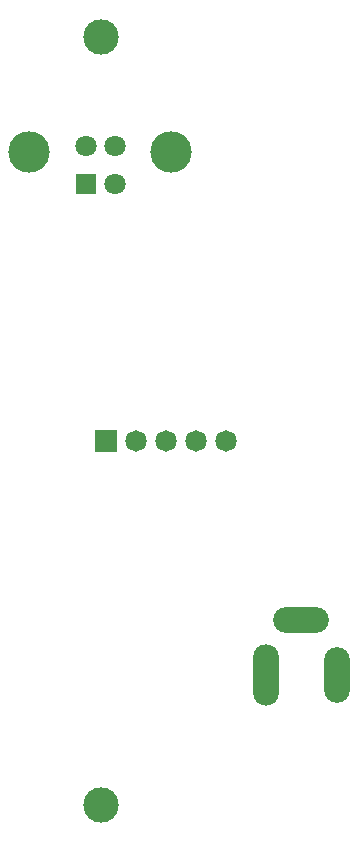
<source format=gbr>
G04 DipTrace 3.3.1.3*
G04 BottomMask.gbr*
%MOIN*%
G04 #@! TF.FileFunction,Soldermask,Bot*
G04 #@! TF.Part,Single*
%ADD44C,0.11811*%
%ADD51C,0.07178*%
%ADD53R,0.07178X0.07178*%
%ADD61O,0.185165X0.08674*%
%ADD63O,0.08674X0.20485*%
%ADD65O,0.08674X0.185165*%
%ADD75C,0.137921*%
%ADD77C,0.070992*%
%ADD79R,0.070992X0.070992*%
%FSLAX26Y26*%
G04*
G70*
G90*
G75*
G01*
G04 BotMask*
%LPD*%
D79*
X1325348Y2661684D3*
D77*
X1423773Y2661644D3*
Y2788022D3*
X1325348D3*
D75*
X1611568Y2768140D3*
X1137552D3*
D65*
X2162936Y1024012D3*
D63*
X1926715D3*
D61*
X2044825Y1209051D3*
D53*
X1394147Y1805344D3*
D51*
X1494147D3*
X1594147D3*
X1694147D3*
X1794147D3*
D44*
X1378252Y590850D3*
Y3149906D3*
M02*

</source>
